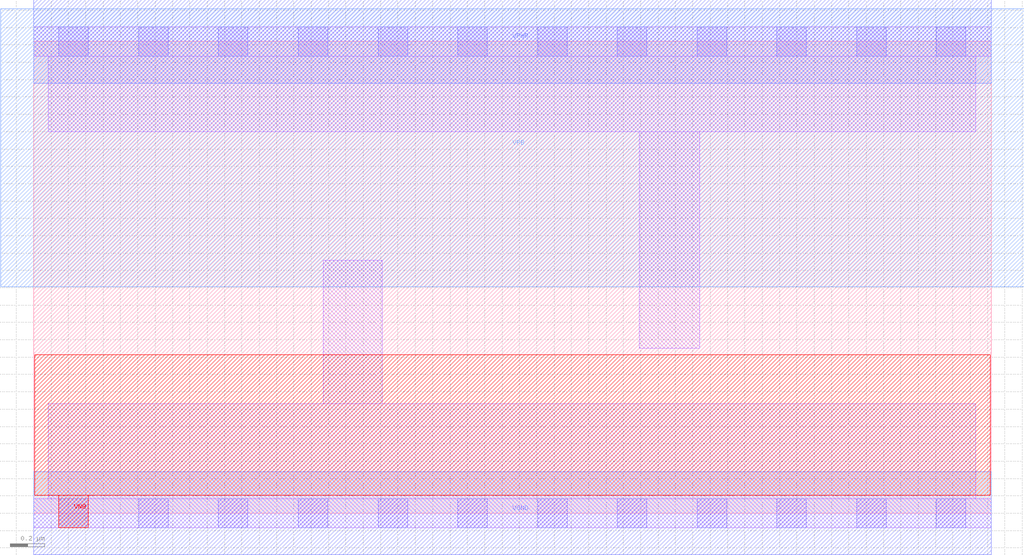
<source format=lef>
VERSION 5.7 ;
  NOWIREEXTENSIONATPIN ON ;
  DIVIDERCHAR "/" ;
  BUSBITCHARS "[]" ;
MACRO sky130_ef_sc_hd__decap_12
  CLASS CORE SPACER ;
  FOREIGN sky130_ef_sc_hd__decap_12 ;
  ORIGIN 0.000 0.000 ;
  SIZE 5.520 BY 2.720 ;
  SYMMETRY X Y R90 ;
  SITE unithd ;
  PIN VPWR
    USE POWER ;
    PORT
      LAYER met1 ;
        RECT 0.000 2.480 5.520 2.960 ;
    END
  END VPWR
  PIN VGND
    USE GROUND ;
    PORT
      LAYER met1 ;
        RECT 0.000 -0.240 5.520 0.240 ;
    END
  END VGND
  PIN VPB
    DIRECTION INOUT ;
    USE POWER ;
    PORT
      LAYER nwell ;
        RECT -0.190 1.305 5.710 2.910 ;
    END
  END VPB
  PIN VNB
    DIRECTION INOUT ;
    USE GROUND ;
    PORT
      LAYER pwell ;
        RECT 0.005 0.105 5.515 0.915 ;
        RECT 0.145 -0.085 0.315 0.105 ;
    END
  END VNB
  OBS
      LAYER li1 ;
        RECT 0.000 2.635 5.520 2.805 ;
        RECT 0.085 2.200 5.430 2.635 ;
        RECT 1.670 0.630 2.010 1.460 ;
        RECT 3.490 0.950 3.840 2.200 ;
        RECT 0.085 0.085 5.430 0.630 ;
        RECT 0.000 -0.085 5.520 0.085 ;
      LAYER mcon ;
        RECT 0.145 2.635 0.315 2.805 ;
        RECT 0.605 2.635 0.775 2.805 ;
        RECT 1.065 2.635 1.235 2.805 ;
        RECT 1.525 2.635 1.695 2.805 ;
        RECT 1.985 2.635 2.155 2.805 ;
        RECT 2.445 2.635 2.615 2.805 ;
        RECT 2.905 2.635 3.075 2.805 ;
        RECT 3.365 2.635 3.535 2.805 ;
        RECT 3.825 2.635 3.995 2.805 ;
        RECT 4.285 2.635 4.455 2.805 ;
        RECT 4.745 2.635 4.915 2.805 ;
        RECT 5.205 2.635 5.375 2.805 ;
        RECT 0.145 -0.085 0.315 0.085 ;
        RECT 0.605 -0.085 0.775 0.085 ;
        RECT 1.065 -0.085 1.235 0.085 ;
        RECT 1.525 -0.085 1.695 0.085 ;
        RECT 1.985 -0.085 2.155 0.085 ;
        RECT 2.445 -0.085 2.615 0.085 ;
        RECT 2.905 -0.085 3.075 0.085 ;
        RECT 3.365 -0.085 3.535 0.085 ;
        RECT 3.825 -0.085 3.995 0.085 ;
        RECT 4.285 -0.085 4.455 0.085 ;
        RECT 4.745 -0.085 4.915 0.085 ;
        RECT 5.205 -0.085 5.375 0.085 ;
  END
END sky130_ef_sc_hd__decap_12

#--------EOF---------

MACRO sky130_ef_sc_hd__fill_4
  CLASS CORE SPACER ;
  FOREIGN sky130_ef_sc_hd__fill_4 ;
  ORIGIN 0.000 0.000 ;
  SIZE 1.840 BY 2.720 ;
  SYMMETRY X Y R90 ;
  SITE unithd ;
  PIN VPWR
    USE POWER ;
    PORT
      LAYER met1 ;
        RECT 0.000 2.480 1.840 2.960 ;
    END
  END VPWR
  PIN VGND
    USE GROUND ;
    PORT
      LAYER met1 ;
        RECT 0.000 -0.240 1.840 0.240 ;
    END
  END VGND
  PIN VPB
    DIRECTION INOUT ;
    USE POWER ;
    PORT
      LAYER nwell ;
        RECT -0.190 1.305 2.030 2.910 ;
    END
  END VPB
  PIN VNB
    DIRECTION INOUT ;
    USE GROUND ;
    PORT
      LAYER pwell ;
        RECT 0.025 0.065 1.815 1.015 ;
        RECT 0.175 -0.060 0.285 0.065 ;
    END
  END VNB
  OBS
      LAYER li1 ;
        RECT 0.000 2.635 1.840 2.805 ;
        RECT 0.000 -0.085 1.840 0.085 ;
      LAYER mcon ;
        RECT 0.145 2.635 0.315 2.805 ;
        RECT 0.605 2.635 0.775 2.805 ;
        RECT 1.065 2.635 1.235 2.805 ;
        RECT 1.525 2.635 1.695 2.805 ;
        RECT 0.145 -0.085 0.315 0.085 ;
        RECT 0.605 -0.085 0.775 0.085 ;
        RECT 1.065 -0.085 1.235 0.085 ;
        RECT 1.525 -0.085 1.695 0.085 ;
  END
END sky130_ef_sc_hd__fill_4

#--------EOF---------

MACRO sky130_ef_sc_hd__fill_8
  CLASS CORE SPACER ;
  FOREIGN sky130_ef_sc_hd__fill_8 ;
  ORIGIN 0.000 0.000 ;
  SIZE 3.680 BY 2.720 ;
  SYMMETRY X Y R90 ;
  SITE unithd ;
  PIN VPWR
    USE POWER ;
    PORT
      LAYER met1 ;
        RECT 0.000 2.480 3.680 2.960 ;
    END
  END VPWR
  PIN VGND
    USE GROUND ;
    PORT
      LAYER met1 ;
        RECT 0.000 -0.240 3.680 0.240 ;
    END
  END VGND
  PIN VPB
    DIRECTION INOUT ;
    USE POWER ;
    PORT
      LAYER nwell ;
        RECT -0.190 1.305 3.870 2.910 ;
    END
  END VPB
  PIN VNB
    DIRECTION INOUT ;
    USE GROUND ;
    PORT
      LAYER pwell ;
        RECT 0.025 0.065 3.655 1.015 ;
        RECT 0.130 -0.120 0.350 0.065 ;
    END
  END VNB
  OBS
      LAYER li1 ;
        RECT 0.000 2.635 3.680 2.805 ;
        RECT 0.000 -0.085 3.680 0.085 ;
      LAYER mcon ;
        RECT 0.145 2.635 0.315 2.805 ;
        RECT 0.605 2.635 0.775 2.805 ;
        RECT 1.065 2.635 1.235 2.805 ;
        RECT 1.525 2.635 1.695 2.805 ;
        RECT 1.985 2.635 2.155 2.805 ;
        RECT 2.445 2.635 2.615 2.805 ;
        RECT 2.905 2.635 3.075 2.805 ;
        RECT 3.365 2.635 3.535 2.805 ;
        RECT 0.145 -0.085 0.315 0.085 ;
        RECT 0.605 -0.085 0.775 0.085 ;
        RECT 1.065 -0.085 1.235 0.085 ;
        RECT 1.525 -0.085 1.695 0.085 ;
        RECT 1.985 -0.085 2.155 0.085 ;
        RECT 2.445 -0.085 2.615 0.085 ;
        RECT 2.905 -0.085 3.075 0.085 ;
        RECT 3.365 -0.085 3.535 0.085 ;
  END
END sky130_ef_sc_hd__fill_8

#--------EOF---------

MACRO sky130_ef_sc_hd__fill_12
  CLASS CORE SPACER ;
  FOREIGN sky130_ef_sc_hd__fill_12 ;
  ORIGIN 0.000 0.000 ;
  SIZE 5.520 BY 2.720 ;
  SYMMETRY X Y R90 ;
  SITE unithd ;
  PIN VPWR
    USE POWER ;
    PORT
      LAYER met1 ;
        RECT 0.000 2.480 5.520 2.960 ;
    END
  END VPWR
  PIN VGND
    USE GROUND ;
    PORT
      LAYER met1 ;
        RECT 0.000 -0.240 5.520 0.240 ;
    END
  END VGND
  PIN VPB
    DIRECTION INOUT ;
    USE POWER ;
    PORT
      LAYER nwell ;
        RECT -0.190 1.305 2.950 2.910 ;
    END
  END VPB
  PIN VNB
    DIRECTION INOUT ;
    USE GROUND ;
    PORT
      LAYER pwell ;
        RECT 0.005 0.105 2.755 0.915 ;
        RECT 0.145 -0.085 0.315 0.105 ;
    END
  END VNB
  OBS
      LAYER li1 ;
        RECT 0.000 2.635 5.520 2.805 ;
        RECT 0.085 1.545 2.675 2.635 ;
        RECT 0.085 0.855 1.295 1.375 ;
        RECT 1.465 1.025 2.675 1.545 ;
        RECT 0.085 0.085 2.675 0.855 ;
        RECT 0.000 -0.085 5.520 0.085 ;
      LAYER mcon ;
        RECT 0.145 2.635 0.315 2.805 ;
        RECT 0.605 2.635 0.775 2.805 ;
        RECT 1.065 2.635 1.235 2.805 ;
        RECT 1.525 2.635 1.695 2.805 ;
        RECT 1.985 2.635 2.155 2.805 ;
        RECT 2.445 2.635 2.615 2.805 ;
        RECT 2.905 2.635 3.075 2.805 ;
        RECT 3.365 2.635 3.535 2.805 ;
        RECT 3.825 2.635 3.995 2.805 ;
        RECT 4.285 2.635 4.455 2.805 ;
        RECT 4.745 2.635 4.915 2.805 ;
        RECT 5.205 2.635 5.375 2.805 ;
        RECT 0.145 -0.085 0.315 0.085 ;
        RECT 0.605 -0.085 0.775 0.085 ;
        RECT 1.065 -0.085 1.235 0.085 ;
        RECT 1.525 -0.085 1.695 0.085 ;
        RECT 1.985 -0.085 2.155 0.085 ;
        RECT 2.445 -0.085 2.615 0.085 ;
        RECT 2.905 -0.085 3.075 0.085 ;
        RECT 3.365 -0.085 3.535 0.085 ;
        RECT 3.825 -0.085 3.995 0.085 ;
        RECT 4.285 -0.085 4.455 0.085 ;
        RECT 4.745 -0.085 4.915 0.085 ;
        RECT 5.205 -0.085 5.375 0.085 ;
  END
END sky130_ef_sc_hd__fill_12

#--------EOF---------

MACRO sky130_ef_sc_hd__newfill_12
  CLASS CORE SPACER ;
  FOREIGN sky130_ef_sc_hd__newfill_12 ;
  ORIGIN 0.000 0.000 ;
  SIZE 5.520 BY 2.720 ;
  SYMMETRY X Y R90 ;
  SITE unithd ;
  PIN VPWR
    USE POWER ;
    PORT
      LAYER met1 ;
        RECT 0.000 2.480 5.520 2.960 ;
    END
  END VPWR
  PIN VGND
    USE GROUND ;
    PORT
      LAYER met1 ;
        RECT 0.000 -0.240 5.520 0.240 ;
    END
  END VGND
  PIN VPB
    DIRECTION INOUT ;
    USE POWER ;
    PORT
      LAYER nwell ;
        RECT -0.190 1.305 5.710 2.910 ;
    END
  END VPB
  PIN VNB
    DIRECTION INOUT ;
    USE GROUND ;
    PORT
      LAYER pwell ;
        RECT 0.005 0.105 5.515 0.915 ;
        RECT 0.145 -0.085 0.315 0.105 ;
    END
  END VNB
  OBS
      LAYER li1 ;
        RECT 0.000 2.635 5.520 2.805 ;
        RECT 0.085 2.200 5.430 2.635 ;
        RECT 1.670 0.630 2.010 1.460 ;
        RECT 3.490 0.950 3.840 2.200 ;
        RECT 0.085 0.085 5.430 0.630 ;
        RECT 0.000 -0.085 5.520 0.085 ;
      LAYER mcon ;
        RECT 0.145 2.635 0.315 2.805 ;
        RECT 0.605 2.635 0.775 2.805 ;
        RECT 1.065 2.635 1.235 2.805 ;
        RECT 1.525 2.635 1.695 2.805 ;
        RECT 1.985 2.635 2.155 2.805 ;
        RECT 2.445 2.635 2.615 2.805 ;
        RECT 2.905 2.635 3.075 2.805 ;
        RECT 3.365 2.635 3.535 2.805 ;
        RECT 3.825 2.635 3.995 2.805 ;
        RECT 4.285 2.635 4.455 2.805 ;
        RECT 4.745 2.635 4.915 2.805 ;
        RECT 5.205 2.635 5.375 2.805 ;
        RECT 0.145 -0.085 0.315 0.085 ;
        RECT 0.605 -0.085 0.775 0.085 ;
        RECT 1.065 -0.085 1.235 0.085 ;
        RECT 1.525 -0.085 1.695 0.085 ;
        RECT 1.985 -0.085 2.155 0.085 ;
        RECT 2.445 -0.085 2.615 0.085 ;
        RECT 2.905 -0.085 3.075 0.085 ;
        RECT 3.365 -0.085 3.535 0.085 ;
        RECT 3.825 -0.085 3.995 0.085 ;
        RECT 4.285 -0.085 4.455 0.085 ;
        RECT 4.745 -0.085 4.915 0.085 ;
        RECT 5.205 -0.085 5.375 0.085 ;
  END
END sky130_ef_sc_hd__newfill_12

#--------EOF---------


END LIBRARY

</source>
